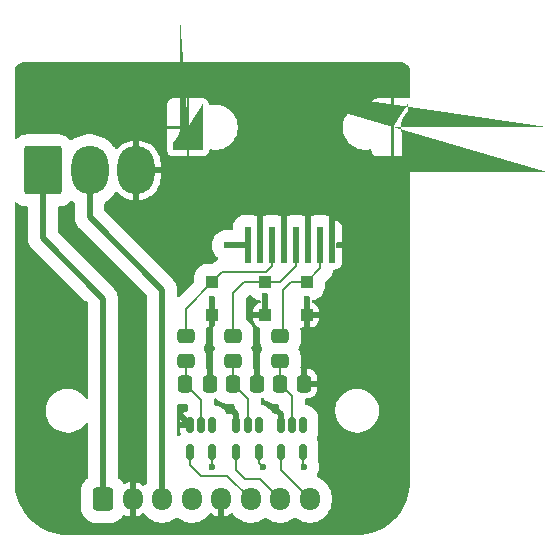
<source format=gbr>
%TF.GenerationSoftware,KiCad,Pcbnew,8.0.8*%
%TF.CreationDate,2025-01-20T17:52:45-08:00*%
%TF.ProjectId,Motor_Adapt_C,4d6f746f-725f-4416-9461-70745f432e6b,rev?*%
%TF.SameCoordinates,Original*%
%TF.FileFunction,Copper,L1,Top*%
%TF.FilePolarity,Positive*%
%FSLAX46Y46*%
G04 Gerber Fmt 4.6, Leading zero omitted, Abs format (unit mm)*
G04 Created by KiCad (PCBNEW 8.0.8) date 2025-01-20 17:52:45*
%MOMM*%
%LPD*%
G01*
G04 APERTURE LIST*
G04 Aperture macros list*
%AMRoundRect*
0 Rectangle with rounded corners*
0 $1 Rounding radius*
0 $2 $3 $4 $5 $6 $7 $8 $9 X,Y pos of 4 corners*
0 Add a 4 corners polygon primitive as box body*
4,1,4,$2,$3,$4,$5,$6,$7,$8,$9,$2,$3,0*
0 Add four circle primitives for the rounded corners*
1,1,$1+$1,$2,$3*
1,1,$1+$1,$4,$5*
1,1,$1+$1,$6,$7*
1,1,$1+$1,$8,$9*
0 Add four rect primitives between the rounded corners*
20,1,$1+$1,$2,$3,$4,$5,0*
20,1,$1+$1,$4,$5,$6,$7,0*
20,1,$1+$1,$6,$7,$8,$9,0*
20,1,$1+$1,$8,$9,$2,$3,0*%
%AMFreePoly0*
4,1,80,1.253536,1.953536,1.255000,1.950000,1.255000,-1.950000,1.253536,-1.953536,1.250000,-1.955000,-1.250000,-1.955000,-1.253536,-1.953536,-1.255000,-1.950000,-1.255000,-1.265000,-1.253536,-1.261464,-1.253263,-1.261211,-1.217323,-1.230262,-1.181415,-1.197347,-1.147534,-1.164462,-1.113644,-1.129576,-1.081744,-1.094685,-1.049831,-1.057786,-1.019926,-1.020902,-0.991025,-0.983033,-0.963090,-0.944123,
-0.936176,-0.904251,-0.910234,-0.864339,-0.885327,-0.823492,-0.862416,-0.781654,-0.840483,-0.738786,-0.819524,-0.695870,-0.799592,-0.652019,-0.781646,-0.608151,-0.764700,-0.563295,-0.748748,-0.517434,-0.733786,-0.471549,-0.720837,-0.425729,-0.709863,-0.379837,-0.709862,-0.379837,-0.698894,-0.332976,-0.689921,-0.286113,-0.681948,-0.238277,-0.675965,-0.191410,-0.670983,-0.143581,-0.667995,-0.095768,
-0.665997,-0.047832,-0.665001,0.000000,-0.665997,0.047832,-0.667996,0.095792,-0.670983,0.143581,-0.675965,0.191410,-0.681948,0.238277,-0.689921,0.286113,-0.698894,0.332976,-0.709862,0.379837,-0.709863,0.379837,-0.720837,0.425729,-0.733786,0.471549,-0.748754,0.517450,-0.764700,0.563295,-0.781646,0.608151,-0.799592,0.652019,-0.819524,0.695870,-0.840493,0.738806,-0.862416,0.781654,
-0.885327,0.823492,-0.910234,0.864339,-0.936176,0.904251,-0.963090,0.944123,-0.991025,0.983033,-1.019926,1.020902,-1.049831,1.057786,-1.081744,1.094685,-1.113644,1.129576,-1.147534,1.164462,-1.181415,1.197347,-1.217323,1.230262,-1.253263,1.261211,-1.254986,1.264628,-1.255000,1.265000,-1.255000,1.950000,-1.253536,1.953536,-1.250000,1.955000,1.250000,1.955000,1.253536,1.953536,
1.253536,1.953536,$1*%
%AMFreePoly1*
4,1,80,1.253536,1.953536,1.255000,1.950000,1.255000,1.265000,1.253536,1.261464,1.253263,1.261211,1.217323,1.230262,1.181415,1.197347,1.147534,1.164462,1.113644,1.129576,1.081744,1.094685,1.049831,1.057786,1.019926,1.020902,0.991025,0.983033,0.963090,0.944123,0.936176,0.904251,0.910234,0.864339,0.885327,0.823492,0.862416,0.781654,0.840493,0.738806,0.819524,0.695870,
0.799592,0.652019,0.781646,0.608151,0.764700,0.563295,0.748754,0.517450,0.733786,0.471549,0.720837,0.425729,0.709863,0.379837,0.709862,0.379837,0.698894,0.332976,0.689921,0.286113,0.681948,0.238277,0.675965,0.191410,0.670983,0.143581,0.667996,0.095792,0.665997,0.047832,0.665001,0.000000,0.665997,-0.047832,0.667995,-0.095768,0.670983,-0.143581,0.675965,-0.191410,
0.681948,-0.238277,0.689921,-0.286113,0.698894,-0.332976,0.709862,-0.379837,0.709863,-0.379837,0.720837,-0.425729,0.733786,-0.471549,0.748748,-0.517434,0.764700,-0.563295,0.781646,-0.608151,0.799592,-0.652019,0.819524,-0.695870,0.840483,-0.738786,0.862416,-0.781654,0.885327,-0.823492,0.910234,-0.864339,0.936176,-0.904251,0.963090,-0.944123,0.991025,-0.983033,1.019926,-1.020902,
1.049831,-1.057786,1.081744,-1.094685,1.113644,-1.129576,1.147534,-1.164462,1.181415,-1.197347,1.217323,-1.230262,1.253263,-1.261211,1.254986,-1.264628,1.255000,-1.265000,1.255000,-1.950000,1.253536,-1.953536,1.250000,-1.955000,-1.250000,-1.955000,-1.253536,-1.953536,-1.255000,-1.950000,-1.255000,1.950000,-1.253536,1.953536,-1.250000,1.955000,1.250000,1.955000,1.253536,1.953536,
1.253536,1.953536,$1*%
G04 Aperture macros list end*
%TA.AperFunction,SMDPad,CuDef*%
%ADD10RoundRect,0.250000X-0.300000X0.300000X-0.300000X-0.300000X0.300000X-0.300000X0.300000X0.300000X0*%
%TD*%
%TA.AperFunction,SMDPad,CuDef*%
%ADD11RoundRect,0.250000X-0.475000X0.337500X-0.475000X-0.337500X0.475000X-0.337500X0.475000X0.337500X0*%
%TD*%
%TA.AperFunction,SMDPad,CuDef*%
%ADD12RoundRect,0.250000X-0.337500X-0.475000X0.337500X-0.475000X0.337500X0.475000X-0.337500X0.475000X0*%
%TD*%
%TA.AperFunction,SMDPad,CuDef*%
%ADD13R,0.610000X3.050000*%
%TD*%
%TA.AperFunction,SMDPad,CuDef*%
%ADD14FreePoly0,180.000000*%
%TD*%
%TA.AperFunction,SMDPad,CuDef*%
%ADD15FreePoly1,180.000000*%
%TD*%
%TA.AperFunction,SMDPad,CuDef*%
%ADD16RoundRect,0.150000X-0.150000X0.512500X-0.150000X-0.512500X0.150000X-0.512500X0.150000X0.512500X0*%
%TD*%
%TA.AperFunction,ComponentPad*%
%ADD17RoundRect,0.250000X-1.330000X-1.800000X1.330000X-1.800000X1.330000X1.800000X-1.330000X1.800000X0*%
%TD*%
%TA.AperFunction,ComponentPad*%
%ADD18O,3.160000X4.100000*%
%TD*%
%TA.AperFunction,ComponentPad*%
%ADD19RoundRect,0.250000X-0.600000X-0.725000X0.600000X-0.725000X0.600000X0.725000X-0.600000X0.725000X0*%
%TD*%
%TA.AperFunction,ComponentPad*%
%ADD20O,1.700000X1.950000*%
%TD*%
%TA.AperFunction,ViaPad*%
%ADD21C,0.600000*%
%TD*%
%TA.AperFunction,Conductor*%
%ADD22C,0.500000*%
%TD*%
%TA.AperFunction,Conductor*%
%ADD23C,0.200000*%
%TD*%
G04 APERTURE END LIST*
D10*
%TO.P,D3,1,A1*%
%TO.N,/C_I*%
X53750000Y-63100000D03*
%TO.P,D3,2,A2*%
%TO.N,GND*%
X53750000Y-65900000D03*
%TD*%
%TO.P,D2,1,A1*%
%TO.N,/C_B*%
X50250000Y-63100000D03*
%TO.P,D2,2,A2*%
%TO.N,GND*%
X50250000Y-65900000D03*
%TD*%
%TO.P,D1,1,A1*%
%TO.N,/C_A*%
X45750000Y-63100000D03*
%TO.P,D1,2,A2*%
%TO.N,GND*%
X45750000Y-65900000D03*
%TD*%
D11*
%TO.P,R1,1*%
%TO.N,/C_I*%
X51500000Y-67712500D03*
%TO.P,R1,2*%
%TO.N,/MC_I_LP*%
X51500000Y-69787500D03*
%TD*%
D12*
%TO.P,C3,1*%
%TO.N,/MC_A_LP*%
X43462500Y-71712500D03*
%TO.P,C3,2*%
%TO.N,GND*%
X45537500Y-71712500D03*
%TD*%
D13*
%TO.P,J2,1,1*%
%TO.N,+5V*%
X48780000Y-59980000D03*
%TO.P,J2,2,2*%
%TO.N,GND*%
X49800000Y-59980000D03*
%TO.P,J2,3,3*%
%TO.N,/C_A*%
X50820000Y-59980000D03*
%TO.P,J2,4,4*%
%TO.N,GND*%
X51840000Y-59980000D03*
%TO.P,J2,5,5*%
%TO.N,/C_B*%
X52860000Y-59980000D03*
%TO.P,J2,6,6*%
%TO.N,GND*%
X53880000Y-59980000D03*
%TO.P,J2,7,7*%
%TO.N,/C_I*%
X54900000Y-59980000D03*
%TO.P,J2,8,8*%
%TO.N,GND*%
X55920000Y-59980000D03*
D14*
%TO.P,J2,SH1,SHIELD*%
X43690000Y-50000000D03*
D15*
%TO.P,J2,SH2,SHIELD__1*%
X61010000Y-50000000D03*
%TD*%
D16*
%TO.P,U1,1,NC*%
%TO.N,unconnected-(U1-NC-Pad1)*%
X53437500Y-75212500D03*
%TO.P,U1,2,A*%
%TO.N,/MC_I_LP*%
X52487500Y-75212500D03*
%TO.P,U1,3,GND*%
%TO.N,GND*%
X51537500Y-75212500D03*
%TO.P,U1,4,Y*%
%TO.N,/MC_I*%
X51537500Y-77487500D03*
%TO.P,U1,5,VCC*%
%TO.N,+5V*%
X53437500Y-77487500D03*
%TD*%
%TO.P,U2,1,NC*%
%TO.N,unconnected-(U2-NC-Pad1)*%
X49687500Y-75212500D03*
%TO.P,U2,2,A*%
%TO.N,/MC_B_LP*%
X48737500Y-75212500D03*
%TO.P,U2,3,GND*%
%TO.N,GND*%
X47787500Y-75212500D03*
%TO.P,U2,4,Y*%
%TO.N,/MC_B*%
X47787500Y-77487500D03*
%TO.P,U2,5,VCC*%
%TO.N,+5V*%
X49687500Y-77487500D03*
%TD*%
D12*
%TO.P,C1,1*%
%TO.N,/MC_I_LP*%
X51462500Y-71712500D03*
%TO.P,C1,2*%
%TO.N,GND*%
X53537500Y-71712500D03*
%TD*%
D11*
%TO.P,R3,1*%
%TO.N,/C_A*%
X43500000Y-67712500D03*
%TO.P,R3,2*%
%TO.N,/MC_A_LP*%
X43500000Y-69787500D03*
%TD*%
D17*
%TO.P,J3,1,Pin_1*%
%TO.N,/Sin*%
X31390000Y-53655000D03*
D18*
%TO.P,J3,2,Pin_2*%
%TO.N,/Cos*%
X35350000Y-53655000D03*
%TO.P,J3,3,Pin_3*%
%TO.N,GND*%
X39310000Y-53655000D03*
%TD*%
D19*
%TO.P,J1,1,Pin_1*%
%TO.N,/Sin*%
X36500000Y-81500000D03*
D20*
%TO.P,J1,2,Pin_2*%
%TO.N,GND*%
X39000000Y-81500000D03*
%TO.P,J1,3,Pin_3*%
%TO.N,/Cos*%
X41500000Y-81500000D03*
%TO.P,J1,4,Pin_4*%
%TO.N,+5V*%
X44000000Y-81500000D03*
%TO.P,J1,5,Pin_5*%
%TO.N,GND*%
X46500000Y-81500000D03*
%TO.P,J1,6,Pin_6*%
%TO.N,/MC_A*%
X49000000Y-81500000D03*
%TO.P,J1,7,Pin_7*%
%TO.N,/MC_B*%
X51500000Y-81500000D03*
%TO.P,J1,8,Pin_8*%
%TO.N,/MC_I*%
X54000000Y-81500000D03*
%TD*%
D11*
%TO.P,R2,1*%
%TO.N,/C_B*%
X47500000Y-67675000D03*
%TO.P,R2,2*%
%TO.N,/MC_B_LP*%
X47500000Y-69750000D03*
%TD*%
D12*
%TO.P,C2,1*%
%TO.N,/MC_B_LP*%
X47462500Y-71712500D03*
%TO.P,C2,2*%
%TO.N,GND*%
X49537500Y-71712500D03*
%TD*%
D16*
%TO.P,U3,1,NC*%
%TO.N,unconnected-(U3-NC-Pad1)*%
X45750000Y-75225000D03*
%TO.P,U3,2,A*%
%TO.N,/MC_A_LP*%
X44800000Y-75225000D03*
%TO.P,U3,3,GND*%
%TO.N,GND*%
X43850000Y-75225000D03*
%TO.P,U3,4,Y*%
%TO.N,/MC_A*%
X43850000Y-77500000D03*
%TO.P,U3,5,VCC*%
%TO.N,+5V*%
X45750000Y-77500000D03*
%TD*%
D21*
%TO.N,GND*%
X51250000Y-74000000D03*
X47500000Y-74000000D03*
X43000000Y-74250000D03*
X49750000Y-57250000D03*
X51750000Y-57000000D03*
X53750000Y-57000000D03*
X55750000Y-57000000D03*
X53500000Y-69750000D03*
X49500000Y-69750000D03*
X45500000Y-69750000D03*
X60000000Y-80000000D03*
X40000000Y-80000000D03*
X30000000Y-80000000D03*
X40000000Y-75000000D03*
X40000000Y-50000000D03*
X35000000Y-50000000D03*
X30000000Y-50000000D03*
X30000000Y-60000000D03*
X30000000Y-65000000D03*
X30000000Y-70000000D03*
X35000000Y-70000000D03*
X35000000Y-65000000D03*
X40000000Y-65000000D03*
X40000000Y-70000000D03*
X55000000Y-70000000D03*
X60000000Y-70000000D03*
X60000000Y-65000000D03*
X60000000Y-60000000D03*
X60000000Y-55000000D03*
X55000000Y-55000000D03*
X50000000Y-55000000D03*
X50000000Y-50000000D03*
X55000000Y-50000000D03*
X45750000Y-64500000D03*
X50250000Y-64250000D03*
X53750000Y-64500000D03*
%TO.N,+5V*%
X47000000Y-60000000D03*
X53500000Y-78750000D03*
X50000000Y-78750000D03*
X45750000Y-78750000D03*
%TD*%
D22*
%TO.N,GND*%
X43000000Y-74375000D02*
X43000000Y-74250000D01*
X43850000Y-75225000D02*
X43000000Y-74375000D01*
X47787500Y-74287500D02*
X47500000Y-74000000D01*
X47787500Y-75212500D02*
X47787500Y-74287500D01*
X51537500Y-74287500D02*
X51250000Y-74000000D01*
X51537500Y-75212500D02*
X51537500Y-74287500D01*
X49800000Y-57300000D02*
X49750000Y-57250000D01*
X49800000Y-59980000D02*
X49800000Y-57300000D01*
X55920000Y-59980000D02*
X55920000Y-57170000D01*
X55750000Y-57000000D02*
X55920000Y-57170000D01*
X51840000Y-57090000D02*
X51750000Y-57000000D01*
X51840000Y-59980000D02*
X51840000Y-57090000D01*
X53880000Y-57130000D02*
X53750000Y-57000000D01*
X53880000Y-59980000D02*
X53880000Y-57130000D01*
D23*
%TO.N,/C_I*%
X53750000Y-63100000D02*
X52400000Y-63100000D01*
X52400000Y-63100000D02*
X51750000Y-63750000D01*
X51750000Y-63750000D02*
X51750000Y-67462500D01*
X51750000Y-67462500D02*
X51500000Y-67712500D01*
D22*
%TO.N,GND*%
X50250000Y-64250000D02*
X50250000Y-65900000D01*
X45537500Y-71712500D02*
X45537500Y-69787500D01*
X45537500Y-69787500D02*
X45500000Y-69750000D01*
X49537500Y-71712500D02*
X49537500Y-69787500D01*
X49537500Y-69787500D02*
X49500000Y-69750000D01*
X53537500Y-71712500D02*
X53537500Y-69787500D01*
X53537500Y-69787500D02*
X53500000Y-69750000D01*
X45750000Y-64500000D02*
X45750000Y-65900000D01*
X53750000Y-64500000D02*
X53750000Y-65900000D01*
D23*
%TO.N,/C_B*%
X49750000Y-63100000D02*
X48400000Y-63100000D01*
X47500000Y-64000000D02*
X47500000Y-67675000D01*
X48400000Y-63100000D02*
X47500000Y-64000000D01*
D22*
%TO.N,+5V*%
X48780000Y-59980000D02*
X47020000Y-59980000D01*
X47020000Y-59980000D02*
X47000000Y-60000000D01*
D23*
X45750000Y-77500000D02*
X45750000Y-78750000D01*
%TO.N,/MC_B*%
X47787500Y-77487500D02*
X47787500Y-79037500D01*
X47787500Y-79037500D02*
X48500000Y-79750000D01*
X48500000Y-79750000D02*
X49750000Y-79750000D01*
X49750000Y-79750000D02*
X51500000Y-81500000D01*
%TO.N,+5V*%
X53437500Y-78687500D02*
X53500000Y-78750000D01*
X53437500Y-77487500D02*
X53437500Y-78687500D01*
X49687500Y-78437500D02*
X50000000Y-78750000D01*
X49687500Y-77487500D02*
X49687500Y-78437500D01*
%TO.N,/MC_A*%
X43850000Y-77500000D02*
X43850000Y-78600000D01*
X43850000Y-78600000D02*
X44750000Y-79500000D01*
X47000000Y-79500000D02*
X49000000Y-81500000D01*
X44750000Y-79500000D02*
X47000000Y-79500000D01*
D22*
%TO.N,/Sin*%
X36500000Y-81500000D02*
X36500000Y-64500000D01*
X36500000Y-64500000D02*
X31390000Y-59390000D01*
X31390000Y-59390000D02*
X31390000Y-53655000D01*
%TO.N,/Cos*%
X35350000Y-53655000D02*
X35350000Y-57600000D01*
X41500000Y-63750000D02*
X41500000Y-81500000D01*
X35350000Y-57600000D02*
X41500000Y-63750000D01*
D23*
%TO.N,/MC_I*%
X51537500Y-77487500D02*
X51537500Y-79037500D01*
X51537500Y-79037500D02*
X54000000Y-81500000D01*
%TO.N,/MC_I_LP*%
X51462500Y-71712500D02*
X52487500Y-72737500D01*
X52487500Y-72737500D02*
X52487500Y-75212500D01*
X51500000Y-69787500D02*
X51500000Y-71675000D01*
X51500000Y-71675000D02*
X51462500Y-71712500D01*
%TO.N,/MC_B_LP*%
X47462500Y-71712500D02*
X48737500Y-72987500D01*
X48737500Y-72987500D02*
X48737500Y-75212500D01*
X47500000Y-69750000D02*
X47500000Y-71675000D01*
X47500000Y-71675000D02*
X47462500Y-71712500D01*
%TO.N,/MC_A_LP*%
X43462500Y-71712500D02*
X44800000Y-73050000D01*
X44800000Y-73050000D02*
X44800000Y-75225000D01*
X43500000Y-69787500D02*
X43500000Y-71675000D01*
X43500000Y-71675000D02*
X43462500Y-71712500D01*
%TO.N,/C_A*%
X45750000Y-63100000D02*
X43500000Y-65350000D01*
X43500000Y-65350000D02*
X43500000Y-67712500D01*
X50820000Y-59980000D02*
X50820000Y-61705000D01*
X50275000Y-62250000D02*
X46600000Y-62250000D01*
X46600000Y-62250000D02*
X45750000Y-63100000D01*
X50820000Y-61705000D02*
X50275000Y-62250000D01*
%TO.N,/C_B*%
X52860000Y-59980000D02*
X52860000Y-61705000D01*
X51465000Y-63100000D02*
X49750000Y-63100000D01*
X52860000Y-61705000D02*
X51465000Y-63100000D01*
%TO.N,/C_I*%
X54900000Y-59980000D02*
X54900000Y-61950000D01*
X54900000Y-61950000D02*
X53750000Y-63100000D01*
%TD*%
%TA.AperFunction,Conductor*%
%TO.N,GND*%
G36*
X61756061Y-44501097D02*
G01*
X61766635Y-44502138D01*
X61884069Y-44513704D01*
X61907897Y-44518443D01*
X62025140Y-44554008D01*
X62047589Y-44563308D01*
X62155630Y-44621057D01*
X62175840Y-44634561D01*
X62270535Y-44712274D01*
X62287725Y-44729464D01*
X62365438Y-44824159D01*
X62378942Y-44844369D01*
X62436690Y-44952407D01*
X62445993Y-44974865D01*
X62481554Y-45092093D01*
X62486296Y-45115935D01*
X62498903Y-45243938D01*
X62499500Y-45256092D01*
X62499500Y-47426331D01*
X62479815Y-47493370D01*
X62427011Y-47539125D01*
X62357854Y-47549069D01*
X62260000Y-47535000D01*
X61135000Y-47535000D01*
X61135000Y-52465000D01*
X62260002Y-52465000D01*
X62313987Y-52462106D01*
X62344831Y-52454233D01*
X62414656Y-52456726D01*
X62472050Y-52496573D01*
X62498789Y-52561123D01*
X62499500Y-52574381D01*
X62499500Y-79997293D01*
X62499382Y-80002702D01*
X62482614Y-80386750D01*
X62481671Y-80397526D01*
X62431849Y-80775957D01*
X62429971Y-80786610D01*
X62347354Y-81159272D01*
X62344554Y-81169721D01*
X62229775Y-81533755D01*
X62226075Y-81543921D01*
X62080002Y-81896572D01*
X62075430Y-81906376D01*
X61899183Y-82244942D01*
X61893775Y-82254310D01*
X61688681Y-82576244D01*
X61682476Y-82585105D01*
X61450110Y-82887930D01*
X61443156Y-82896217D01*
X61185284Y-83177635D01*
X61177635Y-83185284D01*
X60896217Y-83443156D01*
X60887930Y-83450110D01*
X60585105Y-83682476D01*
X60576244Y-83688681D01*
X60254310Y-83893775D01*
X60244942Y-83899183D01*
X59906376Y-84075430D01*
X59896572Y-84080002D01*
X59543921Y-84226075D01*
X59533755Y-84229775D01*
X59169721Y-84344554D01*
X59159272Y-84347354D01*
X58786610Y-84429971D01*
X58775957Y-84431849D01*
X58397526Y-84481671D01*
X58386750Y-84482614D01*
X58002703Y-84499382D01*
X57997294Y-84499500D01*
X33502706Y-84499500D01*
X33497297Y-84499382D01*
X33113249Y-84482614D01*
X33102473Y-84481671D01*
X32724042Y-84431849D01*
X32713389Y-84429971D01*
X32340727Y-84347354D01*
X32330278Y-84344554D01*
X31966244Y-84229775D01*
X31956078Y-84226075D01*
X31603427Y-84080002D01*
X31593623Y-84075430D01*
X31255057Y-83899183D01*
X31245689Y-83893775D01*
X30923755Y-83688681D01*
X30914894Y-83682476D01*
X30612069Y-83450110D01*
X30603782Y-83443156D01*
X30322364Y-83185284D01*
X30314715Y-83177635D01*
X30056843Y-82896217D01*
X30049889Y-82887930D01*
X29817523Y-82585105D01*
X29811318Y-82576244D01*
X29606224Y-82254310D01*
X29600816Y-82244942D01*
X29466430Y-81986789D01*
X29424566Y-81906369D01*
X29419997Y-81896572D01*
X29376540Y-81791657D01*
X29273920Y-81543911D01*
X29270224Y-81533755D01*
X29265788Y-81519685D01*
X29155442Y-81169710D01*
X29152648Y-81159284D01*
X29070025Y-80786597D01*
X29068152Y-80775971D01*
X29018326Y-80397506D01*
X29017386Y-80386771D01*
X29000618Y-80002702D01*
X29000500Y-79997293D01*
X29000500Y-56463335D01*
X29020185Y-56396296D01*
X29072989Y-56350541D01*
X29142147Y-56340597D01*
X29205703Y-56369622D01*
X29212181Y-56375654D01*
X29255346Y-56418819D01*
X29255350Y-56418822D01*
X29255354Y-56418825D01*
X29308173Y-56455418D01*
X29440374Y-56547007D01*
X29645317Y-56640096D01*
X29645321Y-56640097D01*
X29863579Y-56695094D01*
X29863581Y-56695094D01*
X29863588Y-56695096D01*
X29995783Y-56705500D01*
X30015496Y-56705499D01*
X30082535Y-56725181D01*
X30128292Y-56777982D01*
X30139500Y-56829499D01*
X30139500Y-59488422D01*
X30170290Y-59682826D01*
X30231117Y-59870030D01*
X30320476Y-60045405D01*
X30436172Y-60204646D01*
X30436174Y-60204648D01*
X35213181Y-64981655D01*
X35246666Y-65042978D01*
X35249500Y-65069336D01*
X35249500Y-72874921D01*
X35229815Y-72941960D01*
X35177011Y-72987715D01*
X35107853Y-72997659D01*
X35044297Y-72968634D01*
X35027124Y-72950407D01*
X34894266Y-72777263D01*
X34894260Y-72777256D01*
X34722743Y-72605739D01*
X34722736Y-72605733D01*
X34530293Y-72458067D01*
X34530292Y-72458066D01*
X34530289Y-72458064D01*
X34358661Y-72358974D01*
X34320214Y-72336777D01*
X34320205Y-72336773D01*
X34096104Y-72243947D01*
X33861785Y-72181161D01*
X33621289Y-72149500D01*
X33621288Y-72149500D01*
X33378712Y-72149500D01*
X33378711Y-72149500D01*
X33138214Y-72181161D01*
X32903895Y-72243947D01*
X32679794Y-72336773D01*
X32679785Y-72336777D01*
X32469706Y-72458067D01*
X32277263Y-72605733D01*
X32277256Y-72605739D01*
X32105739Y-72777256D01*
X32105733Y-72777263D01*
X31958067Y-72969706D01*
X31836777Y-73179785D01*
X31836773Y-73179794D01*
X31743947Y-73403895D01*
X31681161Y-73638214D01*
X31649500Y-73878711D01*
X31649500Y-74121288D01*
X31681161Y-74361785D01*
X31743947Y-74596104D01*
X31762746Y-74641488D01*
X31836776Y-74820212D01*
X31958064Y-75030289D01*
X31958066Y-75030292D01*
X31958067Y-75030293D01*
X32105733Y-75222736D01*
X32105739Y-75222743D01*
X32277256Y-75394260D01*
X32277262Y-75394265D01*
X32469711Y-75541936D01*
X32679788Y-75663224D01*
X32903900Y-75756054D01*
X33138211Y-75818838D01*
X33318586Y-75842584D01*
X33378711Y-75850500D01*
X33378712Y-75850500D01*
X33621289Y-75850500D01*
X33669388Y-75844167D01*
X33861789Y-75818838D01*
X34096100Y-75756054D01*
X34320212Y-75663224D01*
X34530289Y-75541936D01*
X34722738Y-75394265D01*
X34894265Y-75222738D01*
X35027124Y-75049591D01*
X35083552Y-75008389D01*
X35153298Y-75004234D01*
X35214218Y-75038446D01*
X35246971Y-75100163D01*
X35249500Y-75125078D01*
X35249500Y-79639438D01*
X35229815Y-79706477D01*
X35196117Y-79741366D01*
X35095346Y-79811180D01*
X34936179Y-79970348D01*
X34936174Y-79970354D01*
X34807997Y-80155367D01*
X34807991Y-80155377D01*
X34714903Y-80360318D01*
X34714902Y-80360321D01*
X34659905Y-80578579D01*
X34659904Y-80578586D01*
X34649500Y-80710777D01*
X34649500Y-82289208D01*
X34649501Y-82289223D01*
X34659904Y-82421413D01*
X34659905Y-82421420D01*
X34714902Y-82639678D01*
X34714903Y-82639681D01*
X34807991Y-82844622D01*
X34807997Y-82844632D01*
X34936174Y-83029645D01*
X34936178Y-83029650D01*
X34936181Y-83029654D01*
X35095346Y-83188819D01*
X35095350Y-83188822D01*
X35095354Y-83188825D01*
X35109963Y-83198946D01*
X35280374Y-83317007D01*
X35485317Y-83410096D01*
X35485321Y-83410097D01*
X35703579Y-83465094D01*
X35703581Y-83465094D01*
X35703588Y-83465096D01*
X35835783Y-83475500D01*
X37164216Y-83475499D01*
X37296412Y-83465096D01*
X37514683Y-83410096D01*
X37719626Y-83317007D01*
X37904654Y-83188819D01*
X38063819Y-83029654D01*
X38189801Y-82847809D01*
X38244159Y-82803913D01*
X38313621Y-82796374D01*
X38348024Y-82807942D01*
X38481775Y-82876092D01*
X38481779Y-82876094D01*
X38683871Y-82941757D01*
X38750000Y-82952231D01*
X38750000Y-81904145D01*
X38816657Y-81942630D01*
X38937465Y-81975000D01*
X39062535Y-81975000D01*
X39183343Y-81942630D01*
X39250000Y-81904145D01*
X39250000Y-82952230D01*
X39316126Y-82941757D01*
X39316129Y-82941757D01*
X39518217Y-82876095D01*
X39707554Y-82779622D01*
X39831924Y-82689262D01*
X39897730Y-82665782D01*
X39965784Y-82681607D01*
X40003186Y-82714094D01*
X40105733Y-82847736D01*
X40105739Y-82847743D01*
X40277256Y-83019260D01*
X40277263Y-83019266D01*
X40325485Y-83056268D01*
X40469711Y-83166936D01*
X40679788Y-83288224D01*
X40903900Y-83381054D01*
X41138211Y-83443838D01*
X41318586Y-83467584D01*
X41378711Y-83475500D01*
X41378712Y-83475500D01*
X41621289Y-83475500D01*
X41669388Y-83469167D01*
X41861789Y-83443838D01*
X42096100Y-83381054D01*
X42320212Y-83288224D01*
X42530289Y-83166936D01*
X42674516Y-83056266D01*
X42739683Y-83031074D01*
X42808127Y-83045112D01*
X42825476Y-83056261D01*
X42969711Y-83166936D01*
X43179788Y-83288224D01*
X43403900Y-83381054D01*
X43638211Y-83443838D01*
X43818586Y-83467584D01*
X43878711Y-83475500D01*
X43878712Y-83475500D01*
X44121289Y-83475500D01*
X44169388Y-83469167D01*
X44361789Y-83443838D01*
X44596100Y-83381054D01*
X44820212Y-83288224D01*
X45030289Y-83166936D01*
X45222738Y-83019265D01*
X45394265Y-82847738D01*
X45496813Y-82714093D01*
X45553240Y-82672891D01*
X45622986Y-82668736D01*
X45668074Y-82689262D01*
X45792442Y-82779620D01*
X45981782Y-82876095D01*
X46183871Y-82941757D01*
X46250000Y-82952231D01*
X46250000Y-81904145D01*
X46316657Y-81942630D01*
X46437465Y-81975000D01*
X46562535Y-81975000D01*
X46683343Y-81942630D01*
X46750000Y-81904145D01*
X46750000Y-82952230D01*
X46816126Y-82941757D01*
X46816129Y-82941757D01*
X47018217Y-82876095D01*
X47207554Y-82779622D01*
X47331924Y-82689262D01*
X47397730Y-82665782D01*
X47465784Y-82681607D01*
X47503186Y-82714094D01*
X47605733Y-82847736D01*
X47605739Y-82847743D01*
X47777256Y-83019260D01*
X47777263Y-83019266D01*
X47825485Y-83056268D01*
X47969711Y-83166936D01*
X48179788Y-83288224D01*
X48403900Y-83381054D01*
X48638211Y-83443838D01*
X48818586Y-83467584D01*
X48878711Y-83475500D01*
X48878712Y-83475500D01*
X49121289Y-83475500D01*
X49169388Y-83469167D01*
X49361789Y-83443838D01*
X49596100Y-83381054D01*
X49820212Y-83288224D01*
X50030289Y-83166936D01*
X50174516Y-83056266D01*
X50239683Y-83031074D01*
X50308127Y-83045112D01*
X50325476Y-83056261D01*
X50469711Y-83166936D01*
X50679788Y-83288224D01*
X50903900Y-83381054D01*
X51138211Y-83443838D01*
X51318586Y-83467584D01*
X51378711Y-83475500D01*
X51378712Y-83475500D01*
X51621289Y-83475500D01*
X51669388Y-83469167D01*
X51861789Y-83443838D01*
X52096100Y-83381054D01*
X52320212Y-83288224D01*
X52530289Y-83166936D01*
X52674516Y-83056266D01*
X52739683Y-83031074D01*
X52808127Y-83045112D01*
X52825476Y-83056261D01*
X52969711Y-83166936D01*
X53179788Y-83288224D01*
X53403900Y-83381054D01*
X53638211Y-83443838D01*
X53818586Y-83467584D01*
X53878711Y-83475500D01*
X53878712Y-83475500D01*
X54121289Y-83475500D01*
X54169388Y-83469167D01*
X54361789Y-83443838D01*
X54596100Y-83381054D01*
X54820212Y-83288224D01*
X55030289Y-83166936D01*
X55222738Y-83019265D01*
X55394265Y-82847738D01*
X55541936Y-82655289D01*
X55663224Y-82445212D01*
X55756054Y-82221100D01*
X55818838Y-81986789D01*
X55850500Y-81746288D01*
X55850500Y-81253712D01*
X55818838Y-81013211D01*
X55756054Y-80778900D01*
X55663224Y-80554788D01*
X55541936Y-80344711D01*
X55434697Y-80204954D01*
X55394266Y-80152263D01*
X55394260Y-80152256D01*
X55222743Y-79980739D01*
X55222736Y-79980733D01*
X55030293Y-79833067D01*
X55030292Y-79833066D01*
X55030289Y-79833064D01*
X54820212Y-79711776D01*
X54820205Y-79711773D01*
X54648202Y-79640527D01*
X54593799Y-79596686D01*
X54571734Y-79530392D01*
X54589013Y-79462693D01*
X54594070Y-79454858D01*
X54630568Y-79402734D01*
X54726739Y-79196496D01*
X54785635Y-78976692D01*
X54805468Y-78750000D01*
X54800474Y-78692924D01*
X54785635Y-78523313D01*
X54785635Y-78523308D01*
X54726739Y-78303504D01*
X54725809Y-78301510D01*
X54725663Y-78300551D01*
X54724889Y-78298423D01*
X54725316Y-78298267D01*
X54715313Y-78232437D01*
X54717476Y-78220738D01*
X54731849Y-78159630D01*
X54738000Y-78071012D01*
X54738000Y-76903988D01*
X54731849Y-76815370D01*
X54731847Y-76815364D01*
X54731847Y-76815359D01*
X54683034Y-76607823D01*
X54683032Y-76607817D01*
X54683032Y-76607815D01*
X54596909Y-76412763D01*
X54596903Y-76412755D01*
X54595563Y-76410348D01*
X54595269Y-76409050D01*
X54594593Y-76407519D01*
X54594892Y-76407386D01*
X54580132Y-76342204D01*
X54594716Y-76292535D01*
X54594593Y-76292481D01*
X54595008Y-76291539D01*
X54595563Y-76289652D01*
X54596900Y-76287249D01*
X54596909Y-76287237D01*
X54683032Y-76092185D01*
X54712807Y-75965591D01*
X54731847Y-75884640D01*
X54731847Y-75884636D01*
X54731849Y-75884630D01*
X54738000Y-75796012D01*
X54738000Y-74628988D01*
X54736815Y-74611922D01*
X54735266Y-74589602D01*
X54731849Y-74540370D01*
X54731847Y-74540364D01*
X54731847Y-74540359D01*
X54683034Y-74332823D01*
X54683032Y-74332817D01*
X54683032Y-74332815D01*
X54596909Y-74137763D01*
X54476411Y-73961858D01*
X54476406Y-73961852D01*
X54393265Y-73878711D01*
X56149500Y-73878711D01*
X56149500Y-74121288D01*
X56181161Y-74361785D01*
X56243947Y-74596104D01*
X56262746Y-74641488D01*
X56336776Y-74820212D01*
X56458064Y-75030289D01*
X56458066Y-75030292D01*
X56458067Y-75030293D01*
X56605733Y-75222736D01*
X56605739Y-75222743D01*
X56777256Y-75394260D01*
X56777262Y-75394265D01*
X56969711Y-75541936D01*
X57179788Y-75663224D01*
X57403900Y-75756054D01*
X57638211Y-75818838D01*
X57818586Y-75842584D01*
X57878711Y-75850500D01*
X57878712Y-75850500D01*
X58121289Y-75850500D01*
X58169388Y-75844167D01*
X58361789Y-75818838D01*
X58596100Y-75756054D01*
X58820212Y-75663224D01*
X59030289Y-75541936D01*
X59222738Y-75394265D01*
X59394265Y-75222738D01*
X59541936Y-75030289D01*
X59663224Y-74820212D01*
X59756054Y-74596100D01*
X59818838Y-74361789D01*
X59850500Y-74121288D01*
X59850500Y-73878712D01*
X59818838Y-73638211D01*
X59756054Y-73403900D01*
X59663224Y-73179788D01*
X59541936Y-72969711D01*
X59466849Y-72871856D01*
X59394266Y-72777263D01*
X59394260Y-72777256D01*
X59222743Y-72605739D01*
X59222736Y-72605733D01*
X59030293Y-72458067D01*
X59030292Y-72458066D01*
X59030289Y-72458064D01*
X58858661Y-72358974D01*
X58820214Y-72336777D01*
X58820205Y-72336773D01*
X58596104Y-72243947D01*
X58361785Y-72181161D01*
X58121289Y-72149500D01*
X58121288Y-72149500D01*
X57878712Y-72149500D01*
X57878711Y-72149500D01*
X57638214Y-72181161D01*
X57403895Y-72243947D01*
X57179794Y-72336773D01*
X57179785Y-72336777D01*
X56969706Y-72458067D01*
X56777263Y-72605733D01*
X56777256Y-72605739D01*
X56605739Y-72777256D01*
X56605733Y-72777263D01*
X56458067Y-72969706D01*
X56336777Y-73179785D01*
X56336773Y-73179794D01*
X56243947Y-73403895D01*
X56181161Y-73638214D01*
X56149500Y-73878711D01*
X54393265Y-73878711D01*
X54325647Y-73811093D01*
X54325641Y-73811088D01*
X54167986Y-73703092D01*
X54149737Y-73690591D01*
X53954685Y-73604468D01*
X53954683Y-73604467D01*
X53954682Y-73604467D01*
X53954676Y-73604465D01*
X53747140Y-73555652D01*
X53747125Y-73555650D01*
X53703413Y-73552616D01*
X53637898Y-73528336D01*
X53595909Y-73472491D01*
X53588000Y-73428914D01*
X53588000Y-73061499D01*
X53607685Y-72994460D01*
X53660489Y-72948705D01*
X53712000Y-72937499D01*
X53924972Y-72937499D01*
X53924986Y-72937498D01*
X54027697Y-72927005D01*
X54194119Y-72871858D01*
X54194124Y-72871856D01*
X54343345Y-72779815D01*
X54467315Y-72655845D01*
X54559356Y-72506624D01*
X54559358Y-72506619D01*
X54614505Y-72340197D01*
X54614506Y-72340190D01*
X54624999Y-72237486D01*
X54625000Y-72237473D01*
X54625000Y-71962500D01*
X53661500Y-71962500D01*
X53594461Y-71942815D01*
X53548706Y-71890011D01*
X53537500Y-71838500D01*
X53537500Y-71712500D01*
X53411500Y-71712500D01*
X53344461Y-71692815D01*
X53298706Y-71640011D01*
X53287500Y-71588500D01*
X53287500Y-71462500D01*
X53787500Y-71462500D01*
X54624999Y-71462500D01*
X54624999Y-71187528D01*
X54624998Y-71187513D01*
X54614505Y-71084802D01*
X54559358Y-70918380D01*
X54559356Y-70918375D01*
X54467315Y-70769154D01*
X54343345Y-70645184D01*
X54194124Y-70553143D01*
X54194119Y-70553141D01*
X54027697Y-70497994D01*
X54027690Y-70497993D01*
X53924986Y-70487500D01*
X53787500Y-70487500D01*
X53787500Y-71462500D01*
X53287500Y-71462500D01*
X53287500Y-70487500D01*
X53268848Y-70468848D01*
X53265328Y-70467815D01*
X53219573Y-70415011D01*
X53209629Y-70345853D01*
X53212125Y-70333202D01*
X53212126Y-70333200D01*
X53215096Y-70321412D01*
X53225500Y-70189217D01*
X53225499Y-69385784D01*
X53215096Y-69253588D01*
X53205644Y-69216079D01*
X53160097Y-69035321D01*
X53160096Y-69035318D01*
X53143064Y-68997821D01*
X53067007Y-68830374D01*
X53060247Y-68820616D01*
X53038249Y-68754303D01*
X53055595Y-68686621D01*
X53060239Y-68679393D01*
X53067007Y-68669626D01*
X53160096Y-68464683D01*
X53215096Y-68246412D01*
X53225500Y-68114217D01*
X53225499Y-67310784D01*
X53215096Y-67178588D01*
X53205647Y-67141088D01*
X53194340Y-67096214D01*
X53197047Y-67026397D01*
X53237071Y-66969127D01*
X53301703Y-66942587D01*
X53327185Y-66942558D01*
X53400020Y-66949999D01*
X54000000Y-66949999D01*
X54099972Y-66949999D01*
X54099986Y-66949998D01*
X54202697Y-66939505D01*
X54369119Y-66884358D01*
X54369124Y-66884356D01*
X54518345Y-66792315D01*
X54642315Y-66668345D01*
X54734356Y-66519124D01*
X54734358Y-66519119D01*
X54789505Y-66352697D01*
X54789506Y-66352690D01*
X54799999Y-66249986D01*
X54800000Y-66249973D01*
X54800000Y-66150000D01*
X54000000Y-66150000D01*
X54000000Y-66949999D01*
X53400020Y-66949999D01*
X53500000Y-66949998D01*
X53500000Y-66024000D01*
X53519685Y-65956961D01*
X53572489Y-65911206D01*
X53624000Y-65900000D01*
X53750000Y-65900000D01*
X53750000Y-65774000D01*
X53769685Y-65706961D01*
X53822489Y-65661206D01*
X53874000Y-65650000D01*
X54799999Y-65650000D01*
X54799999Y-65550028D01*
X54799998Y-65550013D01*
X54789505Y-65447302D01*
X54734358Y-65280880D01*
X54734356Y-65280875D01*
X54642315Y-65131654D01*
X54518345Y-65007684D01*
X54369124Y-64915643D01*
X54369119Y-64915641D01*
X54247902Y-64875474D01*
X54190457Y-64835701D01*
X54163634Y-64771186D01*
X54175949Y-64702410D01*
X54223492Y-64651210D01*
X54256602Y-64637528D01*
X54464683Y-64585096D01*
X54669626Y-64492007D01*
X54854654Y-64363819D01*
X55013819Y-64204654D01*
X55142007Y-64019626D01*
X55235096Y-63814683D01*
X55290096Y-63596412D01*
X55300500Y-63464217D01*
X55300499Y-63157203D01*
X55320183Y-63090165D01*
X55336813Y-63069528D01*
X55739415Y-62666928D01*
X55798384Y-62585762D01*
X55798386Y-62585760D01*
X55841229Y-62526792D01*
X55841228Y-62526792D01*
X55841232Y-62526788D01*
X55919873Y-62372445D01*
X55923241Y-62362079D01*
X55931518Y-62336609D01*
X55952460Y-62272155D01*
X55973403Y-62207701D01*
X55976069Y-62190864D01*
X55980329Y-62163971D01*
X56006700Y-62105007D01*
X56048672Y-62053533D01*
X56050208Y-62054785D01*
X56096464Y-62015624D01*
X56146681Y-62005000D01*
X56272828Y-62005000D01*
X56272844Y-62004999D01*
X56332372Y-61998598D01*
X56332379Y-61998596D01*
X56467086Y-61948354D01*
X56467093Y-61948350D01*
X56582187Y-61862190D01*
X56582190Y-61862187D01*
X56668350Y-61747093D01*
X56668354Y-61747086D01*
X56718596Y-61612379D01*
X56718598Y-61612372D01*
X56724999Y-61552844D01*
X56725000Y-61552827D01*
X56725000Y-60230000D01*
X56329500Y-60230000D01*
X56262461Y-60210315D01*
X56216706Y-60157511D01*
X56205500Y-60106000D01*
X56205499Y-59854000D01*
X56225183Y-59786961D01*
X56277987Y-59741206D01*
X56329499Y-59730000D01*
X56725000Y-59730000D01*
X56725000Y-58407172D01*
X56724999Y-58407155D01*
X56718598Y-58347627D01*
X56718596Y-58347620D01*
X56668354Y-58212913D01*
X56668350Y-58212906D01*
X56582190Y-58097812D01*
X56582187Y-58097809D01*
X56467093Y-58011649D01*
X56467086Y-58011645D01*
X56332379Y-57961403D01*
X56332372Y-57961401D01*
X56272844Y-57955000D01*
X56146681Y-57955000D01*
X56079642Y-57935315D01*
X56049652Y-57905667D01*
X56048672Y-57906467D01*
X56044695Y-57901590D01*
X56020285Y-57871653D01*
X55916109Y-57743890D01*
X55800933Y-57649977D01*
X55758407Y-57615302D01*
X55578049Y-57521091D01*
X55578048Y-57521090D01*
X55578045Y-57521089D01*
X55460829Y-57487550D01*
X55382418Y-57465114D01*
X55382415Y-57465113D01*
X55382413Y-57465113D01*
X55316102Y-57459217D01*
X55263037Y-57454500D01*
X55263032Y-57454500D01*
X54536971Y-57454500D01*
X54536965Y-57454500D01*
X54536964Y-57454501D01*
X54525316Y-57455536D01*
X54417584Y-57465113D01*
X54221954Y-57521089D01*
X54041587Y-57615305D01*
X53958360Y-57683168D01*
X53893964Y-57710277D01*
X53825134Y-57698267D01*
X53801640Y-57683168D01*
X53718412Y-57615305D01*
X53718408Y-57615303D01*
X53718407Y-57615302D01*
X53538049Y-57521091D01*
X53538048Y-57521090D01*
X53538045Y-57521089D01*
X53420829Y-57487550D01*
X53342418Y-57465114D01*
X53342415Y-57465113D01*
X53342413Y-57465113D01*
X53276102Y-57459217D01*
X53223037Y-57454500D01*
X53223032Y-57454500D01*
X52496971Y-57454500D01*
X52496965Y-57454500D01*
X52496964Y-57454501D01*
X52485316Y-57455536D01*
X52377584Y-57465113D01*
X52181954Y-57521089D01*
X52001587Y-57615305D01*
X51918360Y-57683168D01*
X51853964Y-57710277D01*
X51785134Y-57698267D01*
X51761640Y-57683168D01*
X51678412Y-57615305D01*
X51678408Y-57615303D01*
X51678407Y-57615302D01*
X51498049Y-57521091D01*
X51498048Y-57521090D01*
X51498045Y-57521089D01*
X51380829Y-57487550D01*
X51302418Y-57465114D01*
X51302415Y-57465113D01*
X51302413Y-57465113D01*
X51236102Y-57459217D01*
X51183037Y-57454500D01*
X51183032Y-57454500D01*
X50456971Y-57454500D01*
X50456965Y-57454500D01*
X50456964Y-57454501D01*
X50445316Y-57455536D01*
X50337584Y-57465113D01*
X50141954Y-57521089D01*
X49961587Y-57615305D01*
X49878360Y-57683168D01*
X49813964Y-57710277D01*
X49745134Y-57698267D01*
X49721640Y-57683168D01*
X49638412Y-57615305D01*
X49638408Y-57615303D01*
X49638407Y-57615302D01*
X49458049Y-57521091D01*
X49458048Y-57521090D01*
X49458045Y-57521089D01*
X49340829Y-57487550D01*
X49262418Y-57465114D01*
X49262415Y-57465113D01*
X49262413Y-57465113D01*
X49196102Y-57459217D01*
X49143037Y-57454500D01*
X49143032Y-57454500D01*
X48416971Y-57454500D01*
X48416965Y-57454500D01*
X48416964Y-57454501D01*
X48405316Y-57455536D01*
X48297584Y-57465113D01*
X48101954Y-57521089D01*
X48011772Y-57568196D01*
X47921593Y-57615302D01*
X47921591Y-57615303D01*
X47921590Y-57615304D01*
X47763890Y-57743890D01*
X47635304Y-57901590D01*
X47541089Y-58081954D01*
X47485114Y-58277583D01*
X47485113Y-58277586D01*
X47474500Y-58396966D01*
X47474500Y-58605500D01*
X47454815Y-58672539D01*
X47402011Y-58718294D01*
X47350500Y-58729500D01*
X47299502Y-58729500D01*
X47267409Y-58725275D01*
X47226697Y-58714366D01*
X47226693Y-58714365D01*
X47226692Y-58714365D01*
X47226691Y-58714364D01*
X47226686Y-58714364D01*
X47000002Y-58694532D01*
X46999998Y-58694532D01*
X46773313Y-58714364D01*
X46773302Y-58714366D01*
X46553511Y-58773258D01*
X46553502Y-58773261D01*
X46347267Y-58869431D01*
X46347265Y-58869432D01*
X46160858Y-58999954D01*
X45999954Y-59160858D01*
X45869432Y-59347265D01*
X45869431Y-59347267D01*
X45773261Y-59553502D01*
X45773258Y-59553511D01*
X45714366Y-59773302D01*
X45714364Y-59773313D01*
X45694532Y-59999998D01*
X45694532Y-60000001D01*
X45714364Y-60226686D01*
X45714366Y-60226697D01*
X45773258Y-60446488D01*
X45773261Y-60446497D01*
X45869431Y-60652732D01*
X45869432Y-60652734D01*
X45999954Y-60839141D01*
X46160857Y-61000044D01*
X46160860Y-61000046D01*
X46160861Y-61000047D01*
X46189032Y-61019772D01*
X46232658Y-61074348D01*
X46239852Y-61143847D01*
X46208330Y-61206202D01*
X46174205Y-61231833D01*
X46023211Y-61308768D01*
X45934513Y-61373212D01*
X45934512Y-61373212D01*
X45883074Y-61410583D01*
X45780475Y-61513182D01*
X45719152Y-61546666D01*
X45692794Y-61549500D01*
X45385791Y-61549500D01*
X45385776Y-61549501D01*
X45253586Y-61559904D01*
X45253579Y-61559905D01*
X45035321Y-61614902D01*
X45035318Y-61614903D01*
X44830377Y-61707991D01*
X44830367Y-61707997D01*
X44645354Y-61836174D01*
X44645342Y-61836184D01*
X44486184Y-61995342D01*
X44486174Y-61995354D01*
X44357997Y-62180367D01*
X44357991Y-62180377D01*
X44264903Y-62385318D01*
X44264902Y-62385321D01*
X44209905Y-62603579D01*
X44209904Y-62603586D01*
X44199500Y-62735777D01*
X44199500Y-63042795D01*
X44179815Y-63109834D01*
X44163181Y-63130476D01*
X42962181Y-64331476D01*
X42900858Y-64364961D01*
X42831166Y-64359977D01*
X42775233Y-64318105D01*
X42750816Y-64252641D01*
X42750500Y-64243795D01*
X42750500Y-63651578D01*
X42725272Y-63492302D01*
X42725272Y-63492298D01*
X42720825Y-63464222D01*
X42719709Y-63457173D01*
X42677593Y-63327555D01*
X42658884Y-63269975D01*
X42658882Y-63269972D01*
X42658882Y-63269970D01*
X42587806Y-63130476D01*
X42569524Y-63094595D01*
X42453828Y-62935354D01*
X42314646Y-62796172D01*
X36636819Y-57118345D01*
X36603334Y-57057022D01*
X36600500Y-57030664D01*
X36600500Y-56455418D01*
X36620185Y-56388379D01*
X36658526Y-56350425D01*
X36845614Y-56232871D01*
X37072217Y-56052161D01*
X37277161Y-55847217D01*
X37457871Y-55620614D01*
X37533192Y-55500740D01*
X37585525Y-55454450D01*
X37654578Y-55443801D01*
X37718427Y-55472176D01*
X37736561Y-55491227D01*
X37742821Y-55499385D01*
X37742826Y-55499391D01*
X37935609Y-55692174D01*
X37935617Y-55692181D01*
X38151933Y-55858168D01*
X38388062Y-55994496D01*
X38388072Y-55994500D01*
X38639970Y-56098840D01*
X38903344Y-56169411D01*
X39060000Y-56190034D01*
X39060000Y-54471480D01*
X39062064Y-54472335D01*
X39226282Y-54505000D01*
X39393718Y-54505000D01*
X39557936Y-54472335D01*
X39560000Y-54471480D01*
X39560000Y-56190033D01*
X39716655Y-56169411D01*
X39980029Y-56098840D01*
X40231927Y-55994500D01*
X40231937Y-55994496D01*
X40468066Y-55858168D01*
X40684382Y-55692181D01*
X40684391Y-55692174D01*
X40877174Y-55499391D01*
X40877181Y-55499382D01*
X41043168Y-55283066D01*
X41179496Y-55046937D01*
X41179500Y-55046927D01*
X41283840Y-54795029D01*
X41354411Y-54531655D01*
X41390000Y-54261330D01*
X41390000Y-53905000D01*
X40126480Y-53905000D01*
X40127335Y-53902936D01*
X40160000Y-53738718D01*
X40160000Y-53571282D01*
X40127335Y-53407064D01*
X40126480Y-53405000D01*
X41390000Y-53405000D01*
X41390000Y-53048669D01*
X41354411Y-52778344D01*
X41283840Y-52514970D01*
X41179500Y-52263072D01*
X41179496Y-52263062D01*
X41043168Y-52026933D01*
X40984136Y-51950002D01*
X41925000Y-51950002D01*
X41927893Y-52003988D01*
X41963442Y-52143259D01*
X41966371Y-52150330D01*
X42018106Y-52245076D01*
X42116049Y-52350277D01*
X42116051Y-52350278D01*
X42239672Y-52423629D01*
X42246732Y-52426554D01*
X42297728Y-52444544D01*
X42440001Y-52464999D01*
X42440003Y-52465000D01*
X43565000Y-52465000D01*
X43815000Y-52465000D01*
X44940002Y-52465000D01*
X44993988Y-52462106D01*
X45133259Y-52426557D01*
X45140330Y-52423628D01*
X45235076Y-52371893D01*
X45340277Y-52273950D01*
X45340278Y-52273948D01*
X45413629Y-52150327D01*
X45416554Y-52143267D01*
X45434544Y-52092271D01*
X45434544Y-52092270D01*
X45452905Y-51964564D01*
X45481929Y-51901008D01*
X45540707Y-51863233D01*
X45607737Y-51862436D01*
X45628435Y-51867982D01*
X45875435Y-51900500D01*
X45875442Y-51900500D01*
X46124558Y-51900500D01*
X46124565Y-51900500D01*
X46371565Y-51867982D01*
X46612207Y-51803502D01*
X46842373Y-51708164D01*
X47058127Y-51583599D01*
X47255776Y-51431938D01*
X47431938Y-51255776D01*
X47583599Y-51058127D01*
X47708164Y-50842373D01*
X47803502Y-50612207D01*
X47867982Y-50371565D01*
X47900500Y-50124565D01*
X47900500Y-49875441D01*
X56799500Y-49875441D01*
X56799500Y-50124558D01*
X56799501Y-50124575D01*
X56832017Y-50371561D01*
X56896498Y-50612207D01*
X56991830Y-50842361D01*
X56991837Y-50842376D01*
X57116400Y-51058126D01*
X57268060Y-51255774D01*
X57268066Y-51255781D01*
X57444218Y-51431933D01*
X57444225Y-51431939D01*
X57641873Y-51583599D01*
X57857623Y-51708162D01*
X57857638Y-51708169D01*
X57956825Y-51749253D01*
X58087793Y-51803502D01*
X58328435Y-51867982D01*
X58575435Y-51900500D01*
X58575442Y-51900500D01*
X58824558Y-51900500D01*
X58824565Y-51900500D01*
X59071565Y-51867982D01*
X59090482Y-51862913D01*
X59160330Y-51864576D01*
X59218192Y-51903738D01*
X59245697Y-51967966D01*
X59246396Y-51976049D01*
X59247893Y-52003988D01*
X59283442Y-52143259D01*
X59286371Y-52150330D01*
X59338106Y-52245076D01*
X59436049Y-52350277D01*
X59436051Y-52350278D01*
X59559672Y-52423629D01*
X59566732Y-52426554D01*
X59617728Y-52444544D01*
X59760001Y-52464999D01*
X59760003Y-52465000D01*
X60885000Y-52465000D01*
X60885000Y-47535000D01*
X59759998Y-47535000D01*
X59706011Y-47537893D01*
X59566740Y-47573442D01*
X59559669Y-47576371D01*
X59464923Y-47628106D01*
X59359722Y-47726049D01*
X59359721Y-47726051D01*
X59286370Y-47849672D01*
X59283445Y-47856732D01*
X59265455Y-47907728D01*
X59247094Y-48035435D01*
X59218069Y-48098991D01*
X59159291Y-48136765D01*
X59092265Y-48137564D01*
X59071569Y-48132019D01*
X59071561Y-48132017D01*
X58824575Y-48099501D01*
X58824570Y-48099500D01*
X58824565Y-48099500D01*
X58575435Y-48099500D01*
X58575429Y-48099500D01*
X58575424Y-48099501D01*
X58328438Y-48132017D01*
X58087792Y-48196498D01*
X57857638Y-48291830D01*
X57857623Y-48291837D01*
X57641873Y-48416400D01*
X57444225Y-48568060D01*
X57444218Y-48568066D01*
X57268066Y-48744218D01*
X57268060Y-48744225D01*
X57116400Y-48941873D01*
X56991837Y-49157623D01*
X56991830Y-49157638D01*
X56896498Y-49387792D01*
X56832017Y-49628438D01*
X56799501Y-49875424D01*
X56799500Y-49875441D01*
X47900500Y-49875441D01*
X47900500Y-49875435D01*
X47867982Y-49628435D01*
X47803502Y-49387793D01*
X47708164Y-49157627D01*
X47583599Y-48941873D01*
X47431938Y-48744224D01*
X47431933Y-48744218D01*
X47255781Y-48568066D01*
X47255774Y-48568060D01*
X47058126Y-48416400D01*
X46842376Y-48291837D01*
X46842361Y-48291830D01*
X46612207Y-48196498D01*
X46371580Y-48132022D01*
X46371565Y-48132018D01*
X46371564Y-48132017D01*
X46371561Y-48132017D01*
X46124575Y-48099501D01*
X46124570Y-48099500D01*
X46124565Y-48099500D01*
X45875435Y-48099500D01*
X45875429Y-48099500D01*
X45875424Y-48099501D01*
X45628438Y-48132017D01*
X45628416Y-48132022D01*
X45609516Y-48137086D01*
X45539667Y-48135422D01*
X45481805Y-48096259D01*
X45454302Y-48032030D01*
X45453603Y-48023946D01*
X45452106Y-47996011D01*
X45416557Y-47856740D01*
X45413628Y-47849669D01*
X45361893Y-47754923D01*
X45263950Y-47649722D01*
X45263948Y-47649721D01*
X45140327Y-47576370D01*
X45133267Y-47573445D01*
X45082271Y-47555455D01*
X44939998Y-47535000D01*
X43815000Y-47535000D01*
X43815000Y-52465000D01*
X43565000Y-52465000D01*
X43565000Y-50125000D01*
X41925000Y-50125000D01*
X41925000Y-51950002D01*
X40984136Y-51950002D01*
X40877181Y-51810617D01*
X40877174Y-51810609D01*
X40684391Y-51617826D01*
X40684382Y-51617818D01*
X40468066Y-51451831D01*
X40231937Y-51315503D01*
X40231927Y-51315499D01*
X39980029Y-51211159D01*
X39716655Y-51140588D01*
X39560000Y-51119963D01*
X39560000Y-52838519D01*
X39557936Y-52837665D01*
X39393718Y-52805000D01*
X39226282Y-52805000D01*
X39062064Y-52837665D01*
X39060000Y-52838519D01*
X39060000Y-51119963D01*
X39059999Y-51119963D01*
X38903344Y-51140588D01*
X38639970Y-51211159D01*
X38388072Y-51315499D01*
X38388062Y-51315503D01*
X38151933Y-51451831D01*
X37935617Y-51617818D01*
X37935609Y-51617825D01*
X37742823Y-51810612D01*
X37742815Y-51810622D01*
X37736555Y-51818779D01*
X37680124Y-51859977D01*
X37610377Y-51864127D01*
X37549460Y-51829910D01*
X37533191Y-51809257D01*
X37469673Y-51708169D01*
X37457871Y-51689386D01*
X37277161Y-51462783D01*
X37072217Y-51257839D01*
X37069636Y-51255781D01*
X36899326Y-51119963D01*
X36845614Y-51077129D01*
X36600203Y-50922927D01*
X36600200Y-50922925D01*
X36339072Y-50797172D01*
X36065501Y-50701446D01*
X36065499Y-50701445D01*
X35847425Y-50651671D01*
X35782931Y-50636951D01*
X35782928Y-50636950D01*
X35782916Y-50636948D01*
X35494924Y-50604500D01*
X35494918Y-50604500D01*
X35205082Y-50604500D01*
X35205075Y-50604500D01*
X34917083Y-50636948D01*
X34917069Y-50636951D01*
X34634500Y-50701445D01*
X34634498Y-50701446D01*
X34360927Y-50797172D01*
X34099799Y-50922925D01*
X33851440Y-51078980D01*
X33850941Y-51078187D01*
X33788665Y-51099616D01*
X33720794Y-51083022D01*
X33688779Y-51053467D01*
X33687392Y-51054626D01*
X33683822Y-51050350D01*
X33683819Y-51050346D01*
X33524654Y-50891181D01*
X33524650Y-50891178D01*
X33524645Y-50891174D01*
X33339632Y-50762997D01*
X33339630Y-50762995D01*
X33339626Y-50762993D01*
X33204125Y-50701446D01*
X33134681Y-50669903D01*
X33134678Y-50669902D01*
X32916420Y-50614905D01*
X32916413Y-50614904D01*
X32872347Y-50611436D01*
X32784217Y-50604500D01*
X32784215Y-50604500D01*
X29995791Y-50604500D01*
X29995776Y-50604501D01*
X29863586Y-50614904D01*
X29863579Y-50614905D01*
X29645321Y-50669902D01*
X29645318Y-50669903D01*
X29440377Y-50762991D01*
X29440367Y-50762997D01*
X29255354Y-50891174D01*
X29255342Y-50891184D01*
X29212181Y-50934346D01*
X29150858Y-50967831D01*
X29081166Y-50962847D01*
X29025233Y-50920975D01*
X29000816Y-50855511D01*
X29000500Y-50846665D01*
X29000500Y-48050001D01*
X41925000Y-48050001D01*
X41925000Y-49875000D01*
X43565000Y-49875000D01*
X43565000Y-47535000D01*
X42439998Y-47535000D01*
X42386011Y-47537893D01*
X42246740Y-47573442D01*
X42239669Y-47576371D01*
X42144923Y-47628106D01*
X42039722Y-47726049D01*
X42039721Y-47726051D01*
X41966370Y-47849672D01*
X41963445Y-47856732D01*
X41945455Y-47907728D01*
X41925000Y-48050001D01*
X29000500Y-48050001D01*
X29000500Y-45256092D01*
X29001097Y-45243939D01*
X29002015Y-45234614D01*
X29013704Y-45115928D01*
X29018442Y-45092104D01*
X29054010Y-44974855D01*
X29063306Y-44952413D01*
X29121061Y-44844363D01*
X29134556Y-44824165D01*
X29212279Y-44729458D01*
X29229458Y-44712279D01*
X29324165Y-44634556D01*
X29344363Y-44621061D01*
X29452413Y-44563306D01*
X29474855Y-44554010D01*
X29592104Y-44518442D01*
X29615928Y-44513704D01*
X29734614Y-44502015D01*
X29743939Y-44501097D01*
X29756092Y-44500500D01*
X29815892Y-44500500D01*
X61684108Y-44500500D01*
X61743908Y-44500500D01*
X61756061Y-44501097D01*
G37*
%TD.AperFunction*%
%TA.AperFunction,Conductor*%
G36*
X33851079Y-56231593D02*
G01*
X33851440Y-56231020D01*
X33854386Y-56232871D01*
X34041473Y-56350425D01*
X34087763Y-56402758D01*
X34099500Y-56455418D01*
X34099500Y-57698422D01*
X34130290Y-57892826D01*
X34191117Y-58080030D01*
X34258825Y-58212913D01*
X34280476Y-58255405D01*
X34396172Y-58414646D01*
X34396174Y-58414648D01*
X40213181Y-64231655D01*
X40246666Y-64292978D01*
X40249500Y-64319336D01*
X40249500Y-79957134D01*
X40229815Y-80024173D01*
X40213181Y-80044815D01*
X40105739Y-80152256D01*
X40003186Y-80285906D01*
X39946758Y-80327108D01*
X39877012Y-80331263D01*
X39831925Y-80310737D01*
X39707557Y-80220379D01*
X39518215Y-80123903D01*
X39316124Y-80058241D01*
X39250000Y-80047768D01*
X39250000Y-81095854D01*
X39183343Y-81057370D01*
X39062535Y-81025000D01*
X38937465Y-81025000D01*
X38816657Y-81057370D01*
X38750000Y-81095854D01*
X38750000Y-80047768D01*
X38749999Y-80047768D01*
X38683875Y-80058241D01*
X38481784Y-80123903D01*
X38348024Y-80192058D01*
X38279355Y-80204954D01*
X38214614Y-80178678D01*
X38189801Y-80152189D01*
X38063825Y-79970354D01*
X38063820Y-79970348D01*
X38063819Y-79970346D01*
X37904654Y-79811181D01*
X37803883Y-79741366D01*
X37759987Y-79687007D01*
X37750500Y-79639438D01*
X37750500Y-64401577D01*
X37719710Y-64207178D01*
X37719710Y-64207177D01*
X37718891Y-64204658D01*
X37718887Y-64204645D01*
X37680535Y-64086610D01*
X37658885Y-64019977D01*
X37658883Y-64019974D01*
X37569523Y-63844594D01*
X37453828Y-63685354D01*
X37314646Y-63546172D01*
X32676819Y-58908345D01*
X32643334Y-58847022D01*
X32640500Y-58820664D01*
X32640500Y-56829499D01*
X32660185Y-56762460D01*
X32712989Y-56716705D01*
X32764500Y-56705499D01*
X32784208Y-56705499D01*
X32784216Y-56705499D01*
X32916412Y-56695096D01*
X33134683Y-56640096D01*
X33339626Y-56547007D01*
X33524654Y-56418819D01*
X33683819Y-56259654D01*
X33687388Y-56255379D01*
X33689315Y-56256988D01*
X33735349Y-56219769D01*
X33804806Y-56212188D01*
X33851079Y-56231593D01*
G37*
%TD.AperFunction*%
%TA.AperFunction,Conductor*%
G36*
X42904777Y-73421596D02*
G01*
X42928588Y-73427596D01*
X43060783Y-73438000D01*
X43575500Y-73437999D01*
X43642539Y-73457683D01*
X43688294Y-73510487D01*
X43699500Y-73561999D01*
X43699500Y-73943368D01*
X43679815Y-74010407D01*
X43627011Y-74056162D01*
X43603564Y-74063532D01*
X43603593Y-74063632D01*
X43599054Y-74064950D01*
X43597787Y-74065349D01*
X43597506Y-74065400D01*
X43439806Y-74111216D01*
X43439803Y-74111217D01*
X43298447Y-74194814D01*
X43298438Y-74194821D01*
X43182321Y-74310938D01*
X43182314Y-74310947D01*
X43098717Y-74452303D01*
X43098716Y-74452306D01*
X43052900Y-74610004D01*
X43052899Y-74610010D01*
X43050000Y-74646850D01*
X43050000Y-74975000D01*
X43375500Y-74975000D01*
X43442539Y-74994685D01*
X43488294Y-75047489D01*
X43499500Y-75099000D01*
X43499500Y-75351000D01*
X43479815Y-75418039D01*
X43427011Y-75463794D01*
X43375500Y-75475000D01*
X43050000Y-75475000D01*
X43050000Y-75803149D01*
X43052899Y-75839989D01*
X43052900Y-75839995D01*
X43075410Y-75917473D01*
X43075211Y-75987343D01*
X43037269Y-76046013D01*
X43026412Y-76054367D01*
X42961860Y-76098586D01*
X42957448Y-76102251D01*
X42956647Y-76101286D01*
X42900858Y-76131750D01*
X42831166Y-76126766D01*
X42775233Y-76084894D01*
X42750816Y-76019430D01*
X42750500Y-76010584D01*
X42750500Y-73541842D01*
X42770185Y-73474803D01*
X42822989Y-73429048D01*
X42892147Y-73419104D01*
X42904777Y-73421596D01*
G37*
%TD.AperFunction*%
%TA.AperFunction,Conductor*%
G36*
X46034674Y-72928650D02*
G01*
X46093483Y-72933048D01*
X46149281Y-72975100D01*
X46151702Y-72978472D01*
X46161181Y-72992154D01*
X46320346Y-73151319D01*
X46320350Y-73151322D01*
X46320354Y-73151325D01*
X46361434Y-73179785D01*
X46505374Y-73279507D01*
X46710317Y-73372596D01*
X46710321Y-73372597D01*
X46928579Y-73427594D01*
X46928581Y-73427594D01*
X46928588Y-73427596D01*
X47060783Y-73438000D01*
X47513000Y-73437999D01*
X47580039Y-73457683D01*
X47625794Y-73510487D01*
X47637000Y-73561999D01*
X47637000Y-73930868D01*
X47617315Y-73997907D01*
X47564511Y-74043662D01*
X47541064Y-74051032D01*
X47541093Y-74051132D01*
X47536554Y-74052450D01*
X47535287Y-74052849D01*
X47535006Y-74052900D01*
X47377306Y-74098716D01*
X47377303Y-74098717D01*
X47235947Y-74182314D01*
X47235942Y-74182318D01*
X47147242Y-74271018D01*
X47085918Y-74304502D01*
X47016227Y-74299518D01*
X46960293Y-74257646D01*
X46946126Y-74233421D01*
X46929083Y-74194821D01*
X46909409Y-74150263D01*
X46788911Y-73974358D01*
X46788906Y-73974352D01*
X46638147Y-73823593D01*
X46638141Y-73823588D01*
X46462238Y-73703092D01*
X46462239Y-73703092D01*
X46462237Y-73703091D01*
X46267185Y-73616968D01*
X46267183Y-73616967D01*
X46267182Y-73616967D01*
X46267176Y-73616965D01*
X46059640Y-73568152D01*
X46059625Y-73568150D01*
X46015913Y-73565116D01*
X45950398Y-73540836D01*
X45908409Y-73484991D01*
X45900500Y-73441414D01*
X45900500Y-73051977D01*
X45920185Y-72984938D01*
X45972989Y-72939183D01*
X46011903Y-72928619D01*
X46034436Y-72926318D01*
X46034674Y-72928650D01*
G37*
%TD.AperFunction*%
%TA.AperFunction,Conductor*%
G36*
X50034670Y-72928650D02*
G01*
X50093483Y-72933048D01*
X50149281Y-72975100D01*
X50151702Y-72978472D01*
X50161181Y-72992154D01*
X50320346Y-73151319D01*
X50320350Y-73151322D01*
X50320354Y-73151325D01*
X50361434Y-73179785D01*
X50505374Y-73279507D01*
X50710317Y-73372596D01*
X50710321Y-73372597D01*
X50928579Y-73427594D01*
X50928581Y-73427594D01*
X50928588Y-73427596D01*
X51060783Y-73438000D01*
X51263000Y-73437999D01*
X51330039Y-73457683D01*
X51375794Y-73510487D01*
X51387000Y-73561999D01*
X51387000Y-73930868D01*
X51367315Y-73997907D01*
X51314511Y-74043662D01*
X51291064Y-74051032D01*
X51291093Y-74051132D01*
X51286554Y-74052450D01*
X51285287Y-74052849D01*
X51285006Y-74052900D01*
X51127306Y-74098716D01*
X51127305Y-74098716D01*
X51008572Y-74168934D01*
X50940848Y-74186116D01*
X50874586Y-74163956D01*
X50843152Y-74132278D01*
X50726411Y-73961858D01*
X50726406Y-73961852D01*
X50575647Y-73811093D01*
X50575641Y-73811088D01*
X50417986Y-73703092D01*
X50399737Y-73690591D01*
X50204685Y-73604468D01*
X50204683Y-73604467D01*
X50204682Y-73604467D01*
X50204676Y-73604465D01*
X49997140Y-73555652D01*
X49997125Y-73555650D01*
X49953413Y-73552616D01*
X49887898Y-73528336D01*
X49845909Y-73472491D01*
X49838000Y-73428914D01*
X49838000Y-73058362D01*
X49857685Y-72991323D01*
X49910489Y-72945568D01*
X49949399Y-72935004D01*
X50034432Y-72926318D01*
X50034670Y-72928650D01*
G37*
%TD.AperFunction*%
%TA.AperFunction,Conductor*%
G36*
X45943039Y-65919685D02*
G01*
X45988794Y-65972489D01*
X46000000Y-66024000D01*
X46000000Y-66582397D01*
X45980315Y-66649436D01*
X45977929Y-66653013D01*
X45932992Y-66717875D01*
X45932991Y-66717877D01*
X45839903Y-66922818D01*
X45839902Y-66922821D01*
X45784905Y-67141079D01*
X45784904Y-67141086D01*
X45774500Y-67273277D01*
X45774500Y-68076708D01*
X45774501Y-68076723D01*
X45784904Y-68208913D01*
X45784905Y-68208920D01*
X45839902Y-68427178D01*
X45839903Y-68427181D01*
X45932991Y-68632122D01*
X45932997Y-68632132D01*
X45939753Y-68641884D01*
X45961750Y-68708201D01*
X45944402Y-68775882D01*
X45939753Y-68783116D01*
X45932997Y-68792867D01*
X45932991Y-68792877D01*
X45839903Y-68997818D01*
X45839902Y-68997821D01*
X45784905Y-69216079D01*
X45784904Y-69216086D01*
X45774500Y-69348277D01*
X45774500Y-70151708D01*
X45774501Y-70151723D01*
X45783603Y-70267387D01*
X45784904Y-70283912D01*
X45794354Y-70321413D01*
X45809210Y-70380371D01*
X45806502Y-70450188D01*
X45787500Y-70480845D01*
X45787500Y-71588500D01*
X45767815Y-71655539D01*
X45715011Y-71701294D01*
X45663500Y-71712500D01*
X45411500Y-71712500D01*
X45344461Y-71692815D01*
X45298706Y-71640011D01*
X45287500Y-71588500D01*
X45287500Y-70487500D01*
X45268848Y-70468848D01*
X45265328Y-70467815D01*
X45219573Y-70415011D01*
X45209629Y-70345853D01*
X45212125Y-70333202D01*
X45212126Y-70333200D01*
X45215096Y-70321412D01*
X45225500Y-70189217D01*
X45225499Y-69385784D01*
X45215096Y-69253588D01*
X45205644Y-69216079D01*
X45160097Y-69035321D01*
X45160096Y-69035318D01*
X45143064Y-68997821D01*
X45067007Y-68830374D01*
X45060247Y-68820616D01*
X45038249Y-68754303D01*
X45055595Y-68686621D01*
X45060239Y-68679393D01*
X45067007Y-68669626D01*
X45160096Y-68464683D01*
X45215096Y-68246412D01*
X45225500Y-68114217D01*
X45225499Y-67310784D01*
X45215096Y-67178588D01*
X45205647Y-67141088D01*
X45194340Y-67096214D01*
X45197047Y-67026397D01*
X45237071Y-66969127D01*
X45301703Y-66942587D01*
X45327185Y-66942558D01*
X45400020Y-66949999D01*
X45500000Y-66949998D01*
X45500000Y-66024000D01*
X45519685Y-65956961D01*
X45572489Y-65911206D01*
X45624000Y-65900000D01*
X45876000Y-65900000D01*
X45943039Y-65919685D01*
G37*
%TD.AperFunction*%
%TA.AperFunction,Conductor*%
G36*
X48997703Y-64220185D02*
G01*
X49018345Y-64236818D01*
X49145346Y-64363819D01*
X49145350Y-64363822D01*
X49145354Y-64363825D01*
X49146994Y-64364961D01*
X49330374Y-64492007D01*
X49535317Y-64585096D01*
X49535321Y-64585097D01*
X49743390Y-64637527D01*
X49803588Y-64672995D01*
X49835054Y-64735378D01*
X49827798Y-64804870D01*
X49784123Y-64859407D01*
X49752097Y-64875474D01*
X49630878Y-64915642D01*
X49630875Y-64915643D01*
X49481654Y-65007684D01*
X49357684Y-65131654D01*
X49265643Y-65280875D01*
X49265641Y-65280880D01*
X49210494Y-65447302D01*
X49210493Y-65447309D01*
X49200000Y-65550013D01*
X49200000Y-65650000D01*
X50126000Y-65650000D01*
X50193039Y-65669685D01*
X50238794Y-65722489D01*
X50250000Y-65774000D01*
X50250000Y-66026000D01*
X50230315Y-66093039D01*
X50177511Y-66138794D01*
X50126000Y-66150000D01*
X49200001Y-66150000D01*
X49200001Y-66249986D01*
X49210494Y-66352697D01*
X49265641Y-66519119D01*
X49265643Y-66519124D01*
X49357684Y-66668345D01*
X49481654Y-66792315D01*
X49630875Y-66884356D01*
X49630882Y-66884359D01*
X49732062Y-66917886D01*
X49789507Y-66957658D01*
X49816331Y-67022173D01*
X49813301Y-67065889D01*
X49784904Y-67178586D01*
X49774500Y-67310777D01*
X49774500Y-68114208D01*
X49774501Y-68114223D01*
X49784904Y-68246413D01*
X49784905Y-68246420D01*
X49839902Y-68464678D01*
X49839903Y-68464681D01*
X49932991Y-68669622D01*
X49932997Y-68669632D01*
X49939753Y-68679384D01*
X49961750Y-68745701D01*
X49944402Y-68813382D01*
X49939753Y-68820616D01*
X49932997Y-68830367D01*
X49932991Y-68830377D01*
X49839903Y-69035318D01*
X49839902Y-69035321D01*
X49784905Y-69253579D01*
X49784904Y-69253586D01*
X49774500Y-69385777D01*
X49774500Y-70189208D01*
X49774501Y-70189223D01*
X49784904Y-70321413D01*
X49801662Y-70387920D01*
X49798954Y-70457737D01*
X49787500Y-70476216D01*
X49787500Y-71588500D01*
X49767815Y-71655539D01*
X49715011Y-71701294D01*
X49663500Y-71712500D01*
X49411500Y-71712500D01*
X49344461Y-71692815D01*
X49298706Y-71640011D01*
X49287500Y-71588500D01*
X49287500Y-70487500D01*
X49272777Y-70472777D01*
X49255878Y-70467815D01*
X49210123Y-70415011D01*
X49200179Y-70345853D01*
X49202676Y-70333200D01*
X49205647Y-70321412D01*
X49215096Y-70283912D01*
X49225500Y-70151717D01*
X49225499Y-69348284D01*
X49215096Y-69216088D01*
X49160096Y-68997817D01*
X49067007Y-68792874D01*
X49060247Y-68783116D01*
X49038249Y-68716803D01*
X49055595Y-68649121D01*
X49060239Y-68641893D01*
X49067007Y-68632126D01*
X49160096Y-68427183D01*
X49215096Y-68208912D01*
X49225500Y-68076717D01*
X49225499Y-67273284D01*
X49215096Y-67141088D01*
X49196147Y-67065889D01*
X49160097Y-66922821D01*
X49160096Y-66922818D01*
X49142627Y-66884359D01*
X49067007Y-66717874D01*
X48938819Y-66532846D01*
X48779654Y-66373681D01*
X48779653Y-66373680D01*
X48779651Y-66373678D01*
X48653884Y-66286546D01*
X48609987Y-66232187D01*
X48600500Y-66184618D01*
X48600500Y-64507204D01*
X48620185Y-64440165D01*
X48636819Y-64419523D01*
X48819523Y-64236819D01*
X48880846Y-64203334D01*
X48907204Y-64200500D01*
X48930664Y-64200500D01*
X48997703Y-64220185D01*
G37*
%TD.AperFunction*%
%TD*%
M02*

</source>
